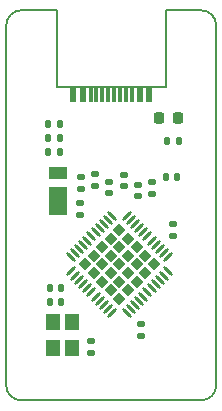
<source format=gtp>
G04 #@! TF.GenerationSoftware,KiCad,Pcbnew,(6.0.4)*
G04 #@! TF.CreationDate,2022-05-16T01:26:14+08:00*
G04 #@! TF.ProjectId,whale,7768616c-652e-46b6-9963-61645f706362,0.1*
G04 #@! TF.SameCoordinates,Original*
G04 #@! TF.FileFunction,Paste,Top*
G04 #@! TF.FilePolarity,Positive*
%FSLAX46Y46*%
G04 Gerber Fmt 4.6, Leading zero omitted, Abs format (unit mm)*
G04 Created by KiCad (PCBNEW (6.0.4)) date 2022-05-16 01:26:14*
%MOMM*%
%LPD*%
G01*
G04 APERTURE LIST*
G04 Aperture macros list*
%AMRoundRect*
0 Rectangle with rounded corners*
0 $1 Rounding radius*
0 $2 $3 $4 $5 $6 $7 $8 $9 X,Y pos of 4 corners*
0 Add a 4 corners polygon primitive as box body*
4,1,4,$2,$3,$4,$5,$6,$7,$8,$9,$2,$3,0*
0 Add four circle primitives for the rounded corners*
1,1,$1+$1,$2,$3*
1,1,$1+$1,$4,$5*
1,1,$1+$1,$6,$7*
1,1,$1+$1,$8,$9*
0 Add four rect primitives between the rounded corners*
20,1,$1+$1,$2,$3,$4,$5,0*
20,1,$1+$1,$4,$5,$6,$7,0*
20,1,$1+$1,$6,$7,$8,$9,0*
20,1,$1+$1,$8,$9,$2,$3,0*%
%AMHorizOval*
0 Thick line with rounded ends*
0 $1 width*
0 $2 $3 position (X,Y) of the first rounded end (center of the circle)*
0 $4 $5 position (X,Y) of the second rounded end (center of the circle)*
0 Add line between two ends*
20,1,$1,$2,$3,$4,$5,0*
0 Add two circle primitives to create the rounded ends*
1,1,$1,$2,$3*
1,1,$1,$4,$5*%
%AMRotRect*
0 Rectangle, with rotation*
0 The origin of the aperture is its center*
0 $1 length*
0 $2 width*
0 $3 Rotation angle, in degrees counterclockwise*
0 Add horizontal line*
21,1,$1,$2,0,0,$3*%
G04 Aperture macros list end*
G04 #@! TA.AperFunction,Profile*
%ADD10C,0.150000*%
G04 #@! TD*
%ADD11RoundRect,0.147500X-0.147500X-0.172500X0.147500X-0.172500X0.147500X0.172500X-0.147500X0.172500X0*%
%ADD12RoundRect,0.147500X0.172500X-0.147500X0.172500X0.147500X-0.172500X0.147500X-0.172500X-0.147500X0*%
%ADD13R,1.200000X1.400000*%
%ADD14R,1.500000X2.400000*%
%ADD15R,1.500000X1.050000*%
%ADD16R,0.600000X1.150000*%
%ADD17R,0.300000X1.150000*%
%ADD18RotRect,0.830000X0.830000X315.000000*%
%ADD19HorizOval,0.300000X0.282843X-0.282843X-0.282843X0.282843X0*%
%ADD20HorizOval,0.300000X0.282843X0.282843X-0.282843X-0.282843X0*%
%ADD21RoundRect,0.147500X-0.172500X0.147500X-0.172500X-0.147500X0.172500X-0.147500X0.172500X0.147500X0*%
%ADD22RoundRect,0.147500X0.147500X0.172500X-0.147500X0.172500X-0.147500X-0.172500X0.147500X-0.172500X0*%
%ADD23RoundRect,0.135000X0.135000X0.185000X-0.135000X0.185000X-0.135000X-0.185000X0.135000X-0.185000X0*%
%ADD24RoundRect,0.218750X0.218750X0.256250X-0.218750X0.256250X-0.218750X-0.256250X0.218750X-0.256250X0*%
G04 APERTURE END LIST*
D10*
X30830000Y-22823554D02*
X30830000Y-29343554D01*
X27830000Y-55843554D02*
X43070000Y-55843554D01*
X26559946Y-54573554D02*
G75*
G03*
X27830000Y-55843554I1270054J54D01*
G01*
X26560000Y-24093554D02*
X26560000Y-54573554D01*
X30830000Y-29343554D02*
X40080000Y-29343554D01*
X27830000Y-22823554D02*
X30830000Y-22823554D01*
X40070000Y-22823554D02*
X43070000Y-22823554D01*
X43070000Y-55843500D02*
G75*
G03*
X44340000Y-54573554I100J1269900D01*
G01*
X40080000Y-29343554D02*
X40070000Y-22823554D01*
X44339946Y-24093554D02*
G75*
G03*
X43070000Y-22823554I-1269946J54D01*
G01*
X44340000Y-54573554D02*
X44340000Y-24093554D01*
X27830000Y-22823550D02*
G75*
G03*
X26560000Y-24093554I80J-1270080D01*
G01*
D11*
X30265000Y-47533554D03*
X31235000Y-47533554D03*
D12*
X33750000Y-51818554D03*
X33750000Y-50848554D03*
D13*
X32150000Y-51433554D03*
X32150000Y-49233554D03*
X30550000Y-49233554D03*
X30550000Y-51433554D03*
D12*
X34100000Y-37668554D03*
X34100000Y-36698554D03*
X35300000Y-38318554D03*
X35300000Y-37348554D03*
D11*
X30115000Y-34833554D03*
X31085000Y-34833554D03*
D12*
X32900000Y-37918554D03*
X32900000Y-36948554D03*
X37700000Y-38568554D03*
X37700000Y-37598554D03*
D14*
X30950000Y-38933554D03*
D15*
X30950000Y-36558554D03*
D12*
X32850000Y-40118554D03*
X32850000Y-39148554D03*
D11*
X40065000Y-36933554D03*
X41035000Y-36933554D03*
D16*
X38650000Y-30023554D03*
X32250000Y-30023554D03*
X33050000Y-30023554D03*
X37850000Y-30023554D03*
D17*
X36700000Y-30023554D03*
X35700000Y-30023554D03*
X35200000Y-30023554D03*
X34200000Y-30023554D03*
X33700000Y-30023554D03*
X34700000Y-30023554D03*
X36200000Y-30023554D03*
X37200000Y-30023554D03*
D11*
X30115000Y-32433554D03*
X31085000Y-32433554D03*
X30115000Y-33633554D03*
X31085000Y-33633554D03*
D18*
X34693360Y-42876914D03*
X35421680Y-43605234D03*
X39063280Y-44333554D03*
X33965040Y-43605234D03*
X36878320Y-43605234D03*
X38334960Y-43605234D03*
X36150000Y-47246834D03*
X36150000Y-42876914D03*
X33965040Y-45061874D03*
X37606640Y-44333554D03*
X36150000Y-44333554D03*
X37606640Y-42876914D03*
X34693360Y-44333554D03*
X35421680Y-46518514D03*
X35421680Y-45061874D03*
X38334960Y-45061874D03*
X37606640Y-45790194D03*
X36150000Y-41420274D03*
X34693360Y-45790194D03*
X36878320Y-46518514D03*
X36878320Y-45061874D03*
X36878320Y-42148594D03*
X36150000Y-45790194D03*
X35421680Y-42148594D03*
X33236720Y-44333554D03*
D19*
X35548959Y-40196979D03*
X35195406Y-40550533D03*
X34841852Y-40904086D03*
X34488299Y-41257640D03*
X34134746Y-41611193D03*
X33781192Y-41964746D03*
X33427639Y-42318300D03*
X33074086Y-42671853D03*
X32720532Y-43025406D03*
X32366979Y-43378960D03*
X32013425Y-43732513D03*
D20*
X32013425Y-44934595D03*
X32366979Y-45288148D03*
X32720532Y-45641702D03*
X33074086Y-45995255D03*
X33427639Y-46348808D03*
X33781192Y-46702362D03*
X34134746Y-47055915D03*
X34488299Y-47409468D03*
X34841852Y-47763022D03*
X35195406Y-48116575D03*
X35548959Y-48470129D03*
D19*
X36751041Y-48470129D03*
X37104594Y-48116575D03*
X37458148Y-47763022D03*
X37811701Y-47409468D03*
X38165254Y-47055915D03*
X38518808Y-46702362D03*
X38872361Y-46348808D03*
X39225914Y-45995255D03*
X39579468Y-45641702D03*
X39933021Y-45288148D03*
X40286575Y-44934595D03*
D20*
X40286575Y-43732513D03*
X39933021Y-43378960D03*
X39579468Y-43025406D03*
X39225914Y-42671853D03*
X38872361Y-42318300D03*
X38518808Y-41964746D03*
X38165254Y-41611193D03*
X37811701Y-41257640D03*
X37458148Y-40904086D03*
X37104594Y-40550533D03*
X36751041Y-40196979D03*
D12*
X36500000Y-37718554D03*
X36500000Y-36748554D03*
D21*
X40650000Y-40948554D03*
X40650000Y-41918554D03*
X38000000Y-49398554D03*
X38000000Y-50368554D03*
D22*
X31235000Y-46333554D03*
X30265000Y-46333554D03*
D12*
X38900000Y-38368554D03*
X38900000Y-37398554D03*
D23*
X41230000Y-33860000D03*
X40210000Y-33860000D03*
D24*
X41087500Y-31980000D03*
X39512500Y-31980000D03*
M02*

</source>
